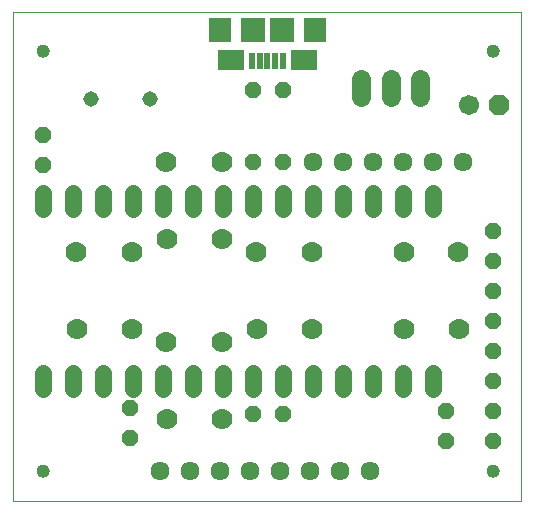
<source format=gts>
G75*
%MOIN*%
%OFA0B0*%
%FSLAX24Y24*%
%IPPOS*%
%LPD*%
%AMOC8*
5,1,8,0,0,1.08239X$1,22.5*
%
%ADD10C,0.0000*%
%ADD11C,0.0434*%
%ADD12C,0.0560*%
%ADD13R,0.0197X0.0571*%
%ADD14R,0.0867X0.0670*%
%ADD15R,0.0749X0.0788*%
%ADD16R,0.0788X0.0788*%
%ADD17C,0.0640*%
%ADD18OC8,0.0560*%
%ADD19OC8,0.0670*%
%ADD20C,0.0670*%
%ADD21C,0.0700*%
%ADD22C,0.0634*%
%ADD23C,0.0516*%
D10*
X001093Y000180D02*
X001093Y016479D01*
X018022Y016479D01*
X018022Y000180D01*
X001093Y000180D01*
X001896Y001180D02*
X001898Y001207D01*
X001904Y001234D01*
X001913Y001260D01*
X001926Y001284D01*
X001942Y001307D01*
X001961Y001326D01*
X001983Y001343D01*
X002007Y001357D01*
X002032Y001367D01*
X002059Y001374D01*
X002086Y001377D01*
X002114Y001376D01*
X002141Y001371D01*
X002167Y001363D01*
X002191Y001351D01*
X002214Y001335D01*
X002235Y001317D01*
X002252Y001296D01*
X002267Y001272D01*
X002278Y001247D01*
X002286Y001221D01*
X002290Y001194D01*
X002290Y001166D01*
X002286Y001139D01*
X002278Y001113D01*
X002267Y001088D01*
X002252Y001064D01*
X002235Y001043D01*
X002214Y001025D01*
X002192Y001009D01*
X002167Y000997D01*
X002141Y000989D01*
X002114Y000984D01*
X002086Y000983D01*
X002059Y000986D01*
X002032Y000993D01*
X002007Y001003D01*
X001983Y001017D01*
X001961Y001034D01*
X001942Y001053D01*
X001926Y001076D01*
X001913Y001100D01*
X001904Y001126D01*
X001898Y001153D01*
X001896Y001180D01*
X001896Y015180D02*
X001898Y015207D01*
X001904Y015234D01*
X001913Y015260D01*
X001926Y015284D01*
X001942Y015307D01*
X001961Y015326D01*
X001983Y015343D01*
X002007Y015357D01*
X002032Y015367D01*
X002059Y015374D01*
X002086Y015377D01*
X002114Y015376D01*
X002141Y015371D01*
X002167Y015363D01*
X002191Y015351D01*
X002214Y015335D01*
X002235Y015317D01*
X002252Y015296D01*
X002267Y015272D01*
X002278Y015247D01*
X002286Y015221D01*
X002290Y015194D01*
X002290Y015166D01*
X002286Y015139D01*
X002278Y015113D01*
X002267Y015088D01*
X002252Y015064D01*
X002235Y015043D01*
X002214Y015025D01*
X002192Y015009D01*
X002167Y014997D01*
X002141Y014989D01*
X002114Y014984D01*
X002086Y014983D01*
X002059Y014986D01*
X002032Y014993D01*
X002007Y015003D01*
X001983Y015017D01*
X001961Y015034D01*
X001942Y015053D01*
X001926Y015076D01*
X001913Y015100D01*
X001904Y015126D01*
X001898Y015153D01*
X001896Y015180D01*
X016896Y015180D02*
X016898Y015207D01*
X016904Y015234D01*
X016913Y015260D01*
X016926Y015284D01*
X016942Y015307D01*
X016961Y015326D01*
X016983Y015343D01*
X017007Y015357D01*
X017032Y015367D01*
X017059Y015374D01*
X017086Y015377D01*
X017114Y015376D01*
X017141Y015371D01*
X017167Y015363D01*
X017191Y015351D01*
X017214Y015335D01*
X017235Y015317D01*
X017252Y015296D01*
X017267Y015272D01*
X017278Y015247D01*
X017286Y015221D01*
X017290Y015194D01*
X017290Y015166D01*
X017286Y015139D01*
X017278Y015113D01*
X017267Y015088D01*
X017252Y015064D01*
X017235Y015043D01*
X017214Y015025D01*
X017192Y015009D01*
X017167Y014997D01*
X017141Y014989D01*
X017114Y014984D01*
X017086Y014983D01*
X017059Y014986D01*
X017032Y014993D01*
X017007Y015003D01*
X016983Y015017D01*
X016961Y015034D01*
X016942Y015053D01*
X016926Y015076D01*
X016913Y015100D01*
X016904Y015126D01*
X016898Y015153D01*
X016896Y015180D01*
X016896Y001180D02*
X016898Y001207D01*
X016904Y001234D01*
X016913Y001260D01*
X016926Y001284D01*
X016942Y001307D01*
X016961Y001326D01*
X016983Y001343D01*
X017007Y001357D01*
X017032Y001367D01*
X017059Y001374D01*
X017086Y001377D01*
X017114Y001376D01*
X017141Y001371D01*
X017167Y001363D01*
X017191Y001351D01*
X017214Y001335D01*
X017235Y001317D01*
X017252Y001296D01*
X017267Y001272D01*
X017278Y001247D01*
X017286Y001221D01*
X017290Y001194D01*
X017290Y001166D01*
X017286Y001139D01*
X017278Y001113D01*
X017267Y001088D01*
X017252Y001064D01*
X017235Y001043D01*
X017214Y001025D01*
X017192Y001009D01*
X017167Y000997D01*
X017141Y000989D01*
X017114Y000984D01*
X017086Y000983D01*
X017059Y000986D01*
X017032Y000993D01*
X017007Y001003D01*
X016983Y001017D01*
X016961Y001034D01*
X016942Y001053D01*
X016926Y001076D01*
X016913Y001100D01*
X016904Y001126D01*
X016898Y001153D01*
X016896Y001180D01*
D11*
X017093Y001180D03*
X017093Y015180D03*
X002093Y015180D03*
X002093Y001180D03*
D12*
X002093Y003920D02*
X002093Y004440D01*
X003093Y004440D02*
X003093Y003920D01*
X004093Y003920D02*
X004093Y004440D01*
X005093Y004440D02*
X005093Y003920D01*
X006093Y003920D02*
X006093Y004440D01*
X007093Y004440D02*
X007093Y003920D01*
X008093Y003920D02*
X008093Y004440D01*
X009093Y004440D02*
X009093Y003920D01*
X010093Y003920D02*
X010093Y004440D01*
X011093Y004440D02*
X011093Y003920D01*
X012093Y003920D02*
X012093Y004440D01*
X013093Y004440D02*
X013093Y003920D01*
X014093Y003920D02*
X014093Y004440D01*
X015093Y004440D02*
X015093Y003920D01*
X015093Y009920D02*
X015093Y010440D01*
X014093Y010440D02*
X014093Y009920D01*
X013093Y009920D02*
X013093Y010440D01*
X012093Y010440D02*
X012093Y009920D01*
X011093Y009920D02*
X011093Y010440D01*
X010093Y010440D02*
X010093Y009920D01*
X009093Y009920D02*
X009093Y010440D01*
X008093Y010440D02*
X008093Y009920D01*
X007093Y009920D02*
X007093Y010440D01*
X006093Y010440D02*
X006093Y009920D01*
X005093Y009920D02*
X005093Y010440D01*
X004093Y010440D02*
X004093Y009920D01*
X003093Y009920D02*
X003093Y010440D01*
X002093Y010440D02*
X002093Y009920D01*
D13*
X009071Y014826D03*
X009327Y014826D03*
X009583Y014826D03*
X009839Y014826D03*
X010095Y014826D03*
D14*
X010804Y014875D03*
X008363Y014875D03*
D15*
X008008Y015879D03*
X011158Y015879D03*
D16*
X010056Y015879D03*
X009111Y015879D03*
D17*
X012714Y014255D02*
X012714Y013655D01*
X013698Y013655D02*
X013698Y014255D01*
X014682Y014255D02*
X014682Y013655D01*
D18*
X010093Y013880D03*
X009093Y013880D03*
X009093Y011480D03*
X010093Y011480D03*
X017093Y009180D03*
X017093Y008180D03*
X017093Y007180D03*
X017093Y006180D03*
X017093Y005180D03*
X017093Y004180D03*
X017093Y003180D03*
X017093Y002180D03*
X015543Y002180D03*
X015543Y003180D03*
X010093Y003080D03*
X009093Y003080D03*
X004993Y003280D03*
X004993Y002280D03*
X002093Y011380D03*
X002093Y012380D03*
D19*
X017293Y013380D03*
D20*
X016293Y013380D03*
D21*
X015944Y008456D03*
X014133Y008456D03*
X014133Y005897D03*
X015983Y005897D03*
X011054Y005904D03*
X009243Y005904D03*
X008054Y005463D03*
X006204Y005463D03*
X005054Y005904D03*
X003243Y005904D03*
X003204Y008463D03*
X005054Y008463D03*
X006243Y008904D03*
X008054Y008904D03*
X009204Y008463D03*
X011054Y008463D03*
X008054Y011463D03*
X006204Y011463D03*
X006243Y002904D03*
X008054Y002904D03*
D22*
X007993Y001180D03*
X006993Y001180D03*
X005993Y001180D03*
X008993Y001180D03*
X009993Y001180D03*
X010993Y001180D03*
X011993Y001180D03*
X012993Y001180D03*
X013093Y011480D03*
X012093Y011480D03*
X011093Y011480D03*
X014093Y011480D03*
X015093Y011480D03*
X016093Y011480D03*
D23*
X005678Y013580D03*
X003709Y013580D03*
M02*

</source>
